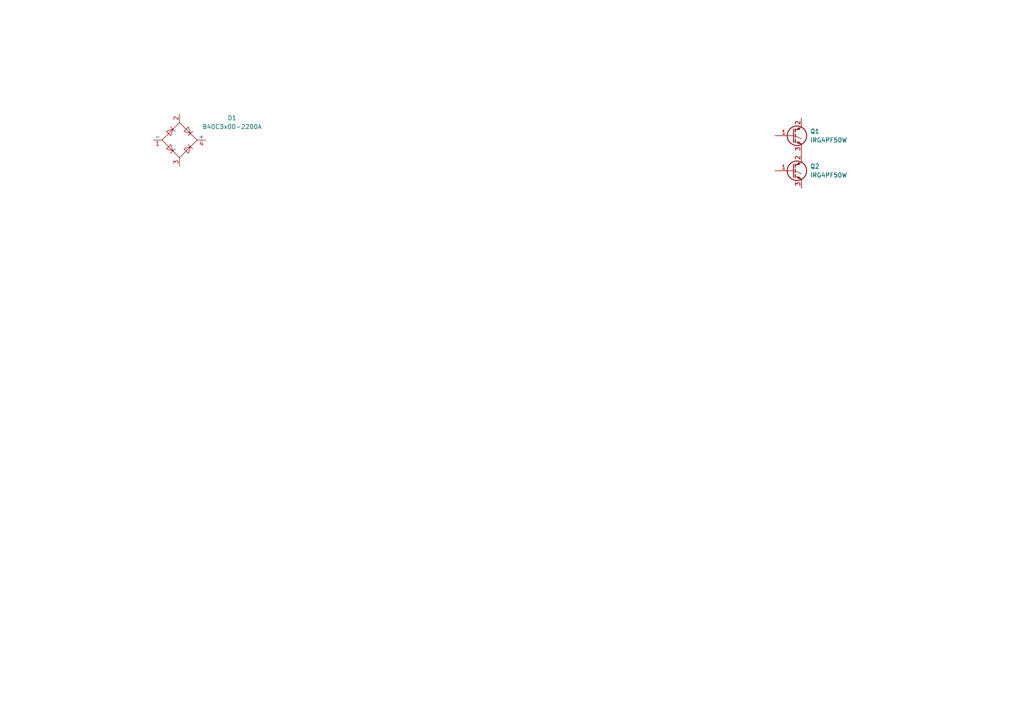
<source format=kicad_sch>
(kicad_sch (version 20231120) (generator "eeschema") (generator_version "8.0")
  (paper "A4")
  (lib_symbols
    (symbol "Diode_Bridge:B40C3x00-2200A" (pin_names (offset 0))
      (property "Reference" "D" (at 2.54 6.985 0))
      (property "Value" "B40C3x00-2200A" (at 2.54 5.08 0))
      (symbol "B40C3x00-2200A_0_1"
        (polyline (pts (xy -2.54 3.81) (xy -1.27 2.54)))
        (polyline (pts (xy -1.27 -2.54) (xy -2.54 -3.81)))
        (polyline (pts (xy 2.54 -1.27) (xy 3.81 -2.54)))
        (polyline (pts (xy 2.54 1.27) (xy 3.81 2.54)))
        (polyline (pts (xy -3.81 2.54) (xy -2.54 1.27) (xy -1.905 3.175) (xy -3.81 2.54)))
        (polyline (pts (xy -2.54 -1.27) (xy -3.81 -2.54) (xy -1.905 -3.175) (xy -2.54 -1.27)))
        (polyline (pts (xy 1.27 2.54) (xy 2.54 3.81) (xy 3.175 1.905) (xy 1.27 2.54)))
        (polyline (pts (xy 3.175 -1.905) (xy 1.27 -2.54) (xy 2.54 -3.81) (xy 3.175 -1.905)))
        (polyline (pts (xy -5.08 0) (xy 0 -5.08) (xy 5.08 0) (xy 0 5.08) (xy -5.08 0)))
      )
      (symbol "B40C3x00-2200A_1_1"
        (pin passive line (at -7.62 0 0) (length 2.54) (name "-") (number "1"))
        (pin passive line (at 0 7.62 270) (length 2.54) (name "~") (number "2"))
        (pin passive line (at 0 -7.62 90) (length 2.54) (name "~") (number "3"))
        (pin passive line (at 7.62 0 180) (length 2.54) (name "+") (number "4"))
      )
    )
    (symbol "Transistor_IGBT:IRG4PF50W" (pin_names (offset 0) hide)
      (property "Reference" "Q" (at 5.08 1.905 0))
      (property "Value" "IRG4PF50W" (at 5.08 0 0))
      (symbol "IRG4PF50W_0_1"
        (polyline (pts (xy 0 0) (xy 0.254 0)))
        (polyline (pts (xy 0.762 -1.016) (xy 0.762 -2.032)) (stroke (width 0.254)))
        (polyline (pts (xy 0.762 0.508) (xy 0.762 -0.508)) (stroke (width 0.254)))
        (polyline (pts (xy 0.762 2.032) (xy 0.762 1.016)) (stroke (width 0.254)))
        (polyline (pts (xy 2.54 -2.413) (xy 0.762 -1.524)))
        (polyline (pts (xy 2.54 -0.889) (xy 0.762 0)))
        (polyline (pts (xy 2.54 2.413) (xy 0.762 1.524)))
        (polyline (pts (xy 0.254 1.905) (xy 0.254 -1.905) (xy 0.254 -1.905)) (stroke (width 0.254)))
        (polyline (pts (xy 1.397 -2.159) (xy 1.651 -1.651) (xy 2.54 -2.413) (xy 1.397 -2.159)) (fill (type outline)))
        (polyline (pts (xy 2.159 1.905) (xy 1.905 2.413) (xy 1.016 1.651) (xy 2.159 1.905)) (fill (type outline)))
        (circle (center 1.27 0) (radius 2.8194) (stroke (width 0.254)))
      )
      (symbol "IRG4PF50W_1_1"
        (pin input line (at -5.08 0 0) (length 5.08) (name "G") (number "1"))
        (pin passive line (at 2.54 5.08 270) (length 2.54) (name "C") (number "2"))
        (pin passive line (at 2.54 -5.08 90) (length 2.54) (name "E") (number "3"))
      )
    )
  )
  (symbol (lib_id "Transistor_IGBT:IRG4PF50W") (at 229.87 39.37 0) (unit 1)
    (property "Reference" "Q1" (at 234.95 38.0999 0) (effects (justify left)))
    (property "Value" "IRG4PF50W" (at 234.95 40.6399 0) (effects (justify left)))
    (property "Footprint" "Package_TO_SOT_THT:TO-247-3_Vertical" (effects (hide yes)))
    (property "Datasheet" "http://www.irf.com/product-info/datasheets/data/irg4pf50w.pdf" (effects (hide yes)))
    (property "Description" "28A, 900V, N-Channel IGBT" (effects (hide yes)))
  )
  (symbol (lib_id "Transistor_IGBT:IRG4PF50W") (at 229.87 49.53 0) (unit 1)
    (property "Reference" "Q2" (at 234.95 48.2599 0) (effects (justify left)))
    (property "Value" "IRG4PF50W" (at 234.95 50.7999 0) (effects (justify left)))
    (property "Footprint" "Package_TO_SOT_THT:TO-247-3_Vertical" (effects (hide yes)))
    (property "Datasheet" "http://www.irf.com/product-info/datasheets/data/irg4pf50w.pdf" (effects (hide yes)))
    (property "Description" "28A, 900V, N-Channel IGBT" (effects (hide yes)))
  )
  (symbol (lib_id "Diode_Bridge:B40C3x00-2200A") (at 52.07 40.64 0) (unit 1)
    (property "Reference" "D1" (at 67.31 34.2198 0))
    (property "Value" "B40C3x00-2200A" (at 67.31 36.7598 0))
    (property "Footprint" "Diode_THT:Diode_Bridge_32.0x5.6x17.0mm_P10.0mm_P7.5mm" (effects (hide yes)))
    (property "Datasheet" "https://diotec.com/tl_files/diotec/files/pdf/datasheets/b40c3700" (effects (hide yes)))
    (property "Description" "Silicon Bridge Rectifier, 40V Vrms, 2.2A If, pins=-AA+, SIL-package" (effects (hide yes)))
  )
)
</source>
